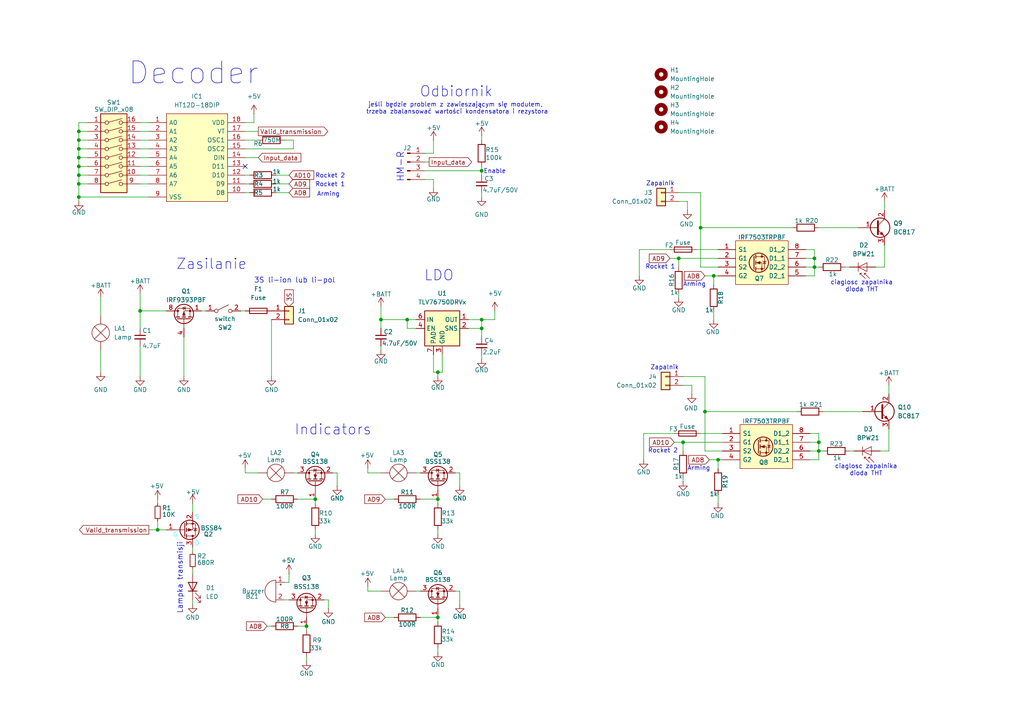
<source format=kicad_sch>
(kicad_sch (version 20250114) (generator "eeschema") (generator_version "9.0")
  (paper "A4")
  (lib_symbols
    (symbol "Connector:Conn_01x04_Pin" (pin_names (offset 1.016) (hide yes))
      (property "Reference" "J" (at 0 5.08 0))
      (property "Value" "Conn_01x04_Pin" (at 0 -7.62 0))
      (symbol "Conn_01x04_Pin_1_1"
        (pin passive line (at 5.08 2.54 180) (length 3.81) (name "Pin_1") (number "1"))
        (pin passive line (at 5.08 0 180) (length 3.81) (name "Pin_2") (number "2"))
        (pin passive line (at 5.08 -2.54 180) (length 3.81) (name "Pin_3") (number "3"))
        (pin passive line (at 5.08 -5.08 180) (length 3.81) (name "Pin_4") (number "4"))
      )
    )
    (symbol "Connector_Generic:Conn_01x02" (pin_names (offset 1.016) (hide yes))
      (property "Reference" "J" (at 0 2.54 0))
      (property "Value" "Conn_01x02" (at 0 -5.08 0))
      (symbol "Conn_01x02_1_1"
        (pin passive line (at -5.08 0 0) (length 3.81) (name "Pin_1") (number "1"))
        (pin passive line (at -5.08 -2.54 0) (length 3.81) (name "Pin_2") (number "2"))
      )
    )
    (symbol "Device:Buzzer" (pin_names (offset 0.0254) (hide yes))
      (property "Reference" "BZ" (at 3.81 1.27 0))
      (property "Value" "Buzzer" (at 3.81 -1.27 0))
      (symbol "Buzzer_1_1"
        (pin passive line (at -2.54 2.54 0) (length 2.54) (name "+") (number "1"))
        (pin passive line (at -2.54 -2.54 0) (length 2.54) (name "-") (number "2"))
      )
    )
    (symbol "Device:Fuse" (pin_numbers (hide yes)) (pin_names (offset 0))
      (property "Reference" "F" (at 2.032 0 90))
      (property "Value" "Fuse" (at -1.905 0 90))
      (symbol "Fuse_1_1"
        (pin passive line (at 0 3.81 270) (length 1.27) (name "~") (number "1"))
        (pin passive line (at 0 -3.81 90) (length 1.27) (name "~") (number "2"))
      )
    )
    (symbol "Device:LED" (pin_numbers (hide yes)) (pin_names (offset 1.016) (hide yes))
      (property "Reference" "D" (at 0 2.54 0))
      (property "Value" "LED" (at 0 -2.54 0))
      (symbol "LED_1_1"
        (pin passive line (at -3.81 0 0) (length 2.54) (name "K") (number "1"))
        (pin passive line (at 3.81 0 180) (length 2.54) (name "A") (number "2"))
      )
    )
    (symbol "Device:Lamp" (pin_numbers (hide yes)) (pin_names (offset 0.0254) (hide yes))
      (property "Reference" "LA" (at 0.635 3.81 0))
      (property "Value" "Lamp" (at 0.635 -3.81 0))
      (symbol "Lamp_1_1"
        (pin passive line (at 0 5.08 270) (length 2.54) (name "+") (number "2"))
        (pin passive line (at 0 -5.08 90) (length 2.54) (name "-") (number "1"))
      )
    )
    (symbol "Device:Q_NPN_BCE" (pin_names (offset 0) (hide yes))
      (property "Reference" "Q" (at 5.08 1.27 0))
      (property "Value" "Q_NPN_BCE" (at 5.08 -1.27 0))
      (symbol "Q_NPN_BCE_1_1"
        (pin input line (at -5.08 0 0) (length 5.715) (name "B") (number "1"))
        (pin passive line (at 2.54 5.08 270) (length 2.54) (name "C") (number "2"))
        (pin passive line (at 2.54 -5.08 90) (length 2.54) (name "E") (number "3"))
      )
    )
    (symbol "Device:R_Small" (pin_numbers (hide yes)) (pin_names (offset 0.254) (hide yes))
      (property "Reference" "R" (at 0.762 0.508 0))
      (property "Value" "R_Small" (at 0.762 -1.016 0))
      (symbol "R_Small_1_1"
        (pin passive line (at 0 2.54 270) (length 0.762) (name "~") (number "1"))
        (pin passive line (at 0 -2.54 90) (length 0.762) (name "~") (number "2"))
      )
    )
    (symbol "Mechanical:MountingHole" (pin_names (offset 1.016)) (exclude_from_sim yes) (in_bom no)
      (property "Reference" "H" (at 0 5.08 0))
      (property "Value" "MountingHole" (at 0 3.175 0))
    )
    (symbol "PUTRocketLab_IC:IRF7503TRPBF" (pin_names (offset 0.762))
      (property "Reference" "Q" (at 8.636 6.35 0))
      (property "Value" "IRF7503TRPBF" (at 5.842 3.81 0))
      (symbol "IRF7503TRPBF_0_0"
        (pin passive line (at 0 0 0) (length 5.08) (name "S1") (number "1"))
        (pin passive line (at 0 -2.54 0) (length 5.08) (name "G1") (number "2"))
        (pin passive line (at 0 -5.08 0) (length 5.08) (name "S2") (number "3"))
        (pin passive line (at 0 -7.62 0) (length 5.08) (name "G2") (number "4"))
        (pin passive line (at 25.4 0 180) (length 5.08) (name "D1_2") (number "8"))
        (pin passive line (at 25.4 -2.54 180) (length 5.08) (name "D1_1") (number "7"))
        (pin passive line (at 25.4 -5.08 180) (length 5.08) (name "D2_2") (number "6"))
        (pin passive line (at 25.4 -7.62 180) (length 5.08) (name "D2_1") (number "5"))
      )
    )
    (symbol "PUTRocketLab_power:+BATT" (power) (pin_names (offset 0))
      (property "Value" "+BATT" (at 0 3.556 0))
      (symbol "+BATT_1_1"
        (pin power_in line (at 0 0 90) (length 0) (hide yes) (name "+BATT") (number "1"))
      )
    )
    (symbol "PUTRocketLab_supply:GND" (power) (pin_names (offset 0))
      (property "Value" "GND" (at 0 -3.81 0))
      (symbol "GND_1_1"
        (pin power_in line (at 0 0 270) (length 0) (hide yes) (name "GND") (number "1"))
      )
    )
    (symbol "PUT_RocketLab_IC:HT12D-18DIP" (pin_names (offset 0.762))
      (property "Reference" "IC1" (at 13.97 7.62 0))
      (property "Value" "HT12D-18DIP" (at 13.97 5.08 0))
      (symbol "HT12D-18DIP_0_0"
        (pin passive line (at 0 0 0) (length 5.08) (name "A0") (number "1"))
        (pin passive line (at 0 -2.54 0) (length 5.08) (name "A1") (number "2"))
        (pin passive line (at 0 -5.08 0) (length 5.08) (name "A2") (number "3"))
        (pin passive line (at 0 -7.62 0) (length 5.08) (name "A3") (number "4"))
        (pin passive line (at 0 -10.16 0) (length 5.08) (name "A4") (number "5"))
        (pin passive line (at 0 -12.7 0) (length 5.08) (name "A5") (number "6"))
        (pin passive line (at 0 -15.24 0) (length 5.08) (name "A6") (number "7"))
        (pin passive line (at 0 -17.78 0) (length 5.08) (name "A7") (number "8"))
        (pin passive line (at 0 -21.59 0) (length 5.08) (name "VSS") (number "9"))
        (pin passive line (at 27.94 0 180) (length 5.08) (name "VDD") (number "18"))
        (pin passive line (at 27.94 -2.54 180) (length 5.08) (name "VT") (number "17"))
        (pin passive line (at 27.94 -5.08 180) (length 5.08) (name "OSC1") (number "16"))
        (pin passive line (at 27.94 -7.62 180) (length 5.08) (name "OSC2") (number "15"))
        (pin passive line (at 27.94 -10.16 180) (length 5.08) (name "DIN") (number "14"))
        (pin passive line (at 27.94 -12.7 180) (length 5.08) (name "D11") (number "13"))
        (pin passive line (at 27.94 -15.24 180) (length 5.08) (name "D10") (number "12"))
        (pin passive line (at 27.94 -17.78 180) (length 5.08) (name "D9") (number "11"))
        (pin passive line (at 27.94 -20.32 180) (length 5.08) (name "D8") (number "10"))
      )
    )
    (symbol "PutRocketLab_RCL:C_Small" (pin_numbers (hide yes)) (pin_names (offset 0.254) (hide yes))
      (property "Reference" "C" (at 0.254 1.778 0))
      (property "Value" "C_Small" (at 0.254 -2.032 0))
      (symbol "C_Small_1_1"
        (pin passive line (at 0 2.54 270) (length 2.032) (name "~") (number "1"))
        (pin passive line (at 0 -2.54 90) (length 2.032) (name "~") (number "2"))
      )
    )
    (symbol "PutRocketLab_RCL:Resistor" (pin_numbers (hide yes)) (pin_names (offset 0))
      (property "Reference" "R" (at 2.032 0 90))
      (property "Value" "Resistor" (at 0 0 90))
      (symbol "Resistor_1_1"
        (pin passive line (at 0 3.81 270) (length 1.27) (name "~") (number "1"))
        (pin passive line (at 0 -3.81 90) (length 1.27) (name "~") (number "2"))
      )
    )
    (symbol "Regulator_Linear:TLV76750DRVx"
      (property "Reference" "U" (at 0 8.89 0))
      (property "Value" "TLV76750DRVx" (at 0 6.35 0))
      (symbol "TLV76750DRVx_1_1"
        (pin power_in line (at -7.62 2.54 0) (length 2.54) (name "IN") (number "6"))
        (pin input line (at -7.62 0 0) (length 2.54) (name "EN") (number "4"))
        (pin passive line (at -2.54 -7.62 90) (length 2.54) (name "PAD") (number "7"))
        (pin power_in line (at 0 -7.62 90) (length 2.54) (name "GND") (number "3"))
        (pin passive line (at 0 -7.62 90) (length 2.54) (hide yes) (name "GND") (number "5"))
        (pin power_out line (at 7.62 2.54 180) (length 2.54) (name "OUT") (number "1"))
        (pin input line (at 7.62 0 180) (length 2.54) (name "SNS") (number "2"))
      )
    )
    (symbol "Sensor_Optical:BPW21" (pin_numbers (hide yes)) (pin_names (hide yes))
      (property "Reference" "D" (at 0.508 1.778 0))
      (property "Value" "BPW21" (at -1.016 -2.794 0))
      (symbol "BPW21_1_1"
        (pin passive line (at -5.08 0 0) (length 2.54) (name "K") (number "2"))
        (pin passive line (at 2.54 0 180) (length 2.54) (name "A") (number "1"))
      )
    )
    (symbol "Switch:SW_DIP_x08" (pin_names (offset 0) (hide yes))
      (property "Reference" "SW" (at 0 13.97 0))
      (property "Value" "SW_DIP_x08" (at 0 -11.43 0))
      (symbol "SW_DIP_x08_1_1"
        (pin passive line (at -7.62 10.16 0) (length 5.08) (name "~") (number "1"))
        (pin passive line (at -7.62 7.62 0) (length 5.08) (name "~") (number "2"))
        (pin passive line (at -7.62 5.08 0) (length 5.08) (name "~") (number "3"))
        (pin passive line (at -7.62 2.54 0) (length 5.08) (name "~") (number "4"))
        (pin passive line (at -7.62 0 0) (length 5.08) (name "~") (number "5"))
        (pin passive line (at -7.62 -2.54 0) (length 5.08) (name "~") (number "6"))
        (pin passive line (at -7.62 -5.08 0) (length 5.08) (name "~") (number "7"))
        (pin passive line (at -7.62 -7.62 0) (length 5.08) (name "~") (number "8"))
        (pin passive line (at 7.62 10.16 180) (length 5.08) (name "~") (number "16"))
        (pin passive line (at 7.62 7.62 180) (length 5.08) (name "~") (number "15"))
        (pin passive line (at 7.62 5.08 180) (length 5.08) (name "~") (number "14"))
        (pin passive line (at 7.62 2.54 180) (length 5.08) (name "~") (number "13"))
        (pin passive line (at 7.62 0 180) (length 5.08) (name "~") (number "12"))
        (pin passive line (at 7.62 -2.54 180) (length 5.08) (name "~") (number "11"))
        (pin passive line (at 7.62 -5.08 180) (length 5.08) (name "~") (number "10"))
        (pin passive line (at 7.62 -7.62 180) (length 5.08) (name "~") (number "9"))
      )
    )
    (symbol "Switch:SW_SPST" (pin_names (offset 0) (hide yes))
      (property "Reference" "SW" (at 0 3.175 0))
      (property "Value" "SW_SPST" (at 0 -2.54 0))
      (symbol "SW_SPST_1_1"
        (pin passive line (at -5.08 0 0) (length 2.54) (name "A") (number "1"))
        (pin passive line (at 5.08 0 180) (length 2.54) (name "B") (number "2"))
      )
    )
    (symbol "Transistor_FET:BSS138" (pin_names (hide yes))
      (property "Reference" "Q" (at 5.08 1.905 0))
      (property "Value" "BSS138" (at 5.08 0 0))
      (symbol "BSS138_1_1"
        (pin input line (at -5.08 0 0) (length 2.54) (name "G") (number "1"))
        (pin passive line (at 2.54 5.08 270) (length 2.54) (name "D") (number "3"))
        (pin passive line (at 2.54 -5.08 90) (length 2.54) (name "S") (number "2"))
      )
    )
    (symbol "Transistor_FET:BSS84" (pin_names (hide yes))
      (property "Reference" "Q5" (at 5.715 1.27 0))
      (property "Value" "BSS84" (at 5.715 -1.27 0))
      (symbol "BSS84_1_1"
        (text "G" (at -2.54 1.27 0) (effects (font (size 1.27 1.27))))
        (text "D" (at 3.81 3.81 0) (effects (font (size 1.27 1.27))))
        (text "S" (at 3.81 -3.81 0) (effects (font (size 1.27 1.27))))
        (pin input line (at -5.08 0 0) (length 2.54) (name "G") (number "1"))
        (pin passive line (at 2.54 5.08 270) (length 2.54) (name "D") (number "3"))
        (pin passive line (at 2.54 -5.08 90) (length 2.54) (name "S") (number "2"))
      )
    )
    (symbol "Transistor_FET:IRF7404" (pin_names (hide yes))
      (property "Reference" "Q" (at 5.08 1.905 0))
      (property "Value" "IRF7404" (at 5.08 0 0))
      (symbol "IRF7404_1_1"
        (pin passive line (at -5.08 0 0) (length 2.54) (name "G") (number "4"))
        (pin passive line (at 2.54 5.08 270) (length 2.54) (hide yes) (name "D") (number "5"))
        (pin passive line (at 2.54 5.08 270) (length 2.54) (hide yes) (name "D") (number "6"))
        (pin passive line (at 2.54 5.08 270) (length 2.54) (hide yes) (name "D") (number "7"))
        (pin passive line (at 2.54 5.08 270) (length 2.54) (name "D") (number "8"))
        (pin passive line (at 2.54 -5.08 90) (length 2.54) (name "S") (number "1"))
        (pin passive line (at 2.54 -5.08 90) (length 2.54) (hide yes) (name "S") (number "2"))
        (pin passive line (at 2.54 -5.08 90) (length 2.54) (hide yes) (name "S") (number "3"))
      )
    )
    (symbol "power:+5V" (power) (pin_numbers (hide yes)) (pin_names (offset 0) (hide yes))
      (property "Value" "+5V" (at 0 3.556 0))
      (symbol "+5V_1_1"
        (pin power_in line (at 0 0 90) (length 0) (name "~") (number "1"))
      )
    )
    (symbol "power:GND" (power) (pin_numbers (hide yes)) (pin_names (offset 0) (hide yes))
      (property "Value" "GND" (at 0 -3.81 0))
      (symbol "GND_1_1"
        (pin power_in line (at 0 0 270) (length 0) (name "~") (number "1"))
      )
    )
  )
  (text "Rocket 1" (at 191.516 77.47 0) (effects (font (size 1.27 1.27))))
  (text "LDO" (at 122.936 81.788 0) (effects (font (size 3 3)) (justify left bottom)))
  (text "jeśli będzie problem z zawieszającym się modułem, \ntrzeba zbalansować wartości kondensatora i rezystora" (at 132.588 31.496 0) (effects (font (size 1.27 1.27))))
  (text "Zasilanie" (at 51.054 78.486 0) (effects (font (size 3 3)) (justify left bottom)))
  (text "ciaglosc zapalnika\ndioda THT" (at 249.936 83.058 0) (effects (font (size 1.27 1.27))))
  (text "Arming" (at 202.692 135.89 0) (effects (font (size 1.27 1.27))))
  (text "Arming" (at 95.25 56.388 0) (effects (font (size 1.27 1.27))))
  (text "Indicators" (at 85.344 126.492 0) (effects (font (size 3 3)) (justify left bottom)))
  (text "Rocket 2" (at 95.758 51.054 0) (effects (font (size 1.27 1.27))))
  (text "Lampka transmisji" (at 53.086 157.226 90) (effects (font (size 1.5 1.5)) (justify right bottom)))
  (text "Odbiornik\n" (at 121.666 28.448 0) (effects (font (size 3 3)) (justify left bottom)))
  (text "Rocket 1" (at 95.758 53.594 0) (effects (font (size 1.27 1.27))))
  (text "Enable" (at 143.51 49.784 0) (effects (font (size 1.27 1.27))))
  (text "ciaglosc zapalnika\ndioda THT" (at 251.206 136.398 0) (effects (font (size 1.27 1.27))))
  (text "Arming" (at 201.422 82.55 0) (effects (font (size 1.27 1.27))))
  (text "HM-R" (at 117.348 43.942 90) (effects (font (size 2 2)) (justify right bottom)))
  (text "Rocket 2" (at 192.278 130.81 0) (effects (font (size 1.27 1.27))))
  (text "Zapalnik" (at 191.516 53.34 0) (effects (font (size 1.27 1.27))))
  (text "Decoder" (at 56.134 21.336 0) (effects (font (size 6.35 6.35))))
  (text "Zapalnik" (at 192.786 106.68 0) (effects (font (size 1.27 1.27))))
  (text "3S li-ion lub li-pol\n" (at 73.66 82.296 0) (effects (font (size 1.5 1.5)) (justify left bottom)))
  (junction (at 22.86 40.64))
  (junction (at 22.86 57.15))
  (junction (at 22.86 50.8))
  (junction (at 207.01 80.01))
  (junction (at 203.2 66.04))
  (junction (at 139.7 92.71))
  (junction (at 196.85 74.93))
  (junction (at 198.12 128.27))
  (junction (at 88.9 181.61))
  (junction (at 22.86 48.26))
  (junction (at 208.28 133.35))
  (junction (at 110.49 92.71))
  (junction (at 118.11 92.71))
  (junction (at 127 144.78))
  (junction (at 236.22 74.93))
  (junction (at 91.44 144.78))
  (junction (at 204.47 119.38))
  (junction (at 22.86 53.34))
  (junction (at 237.49 128.27))
  (junction (at 45.72 153.67))
  (junction (at 22.86 38.1))
  (junction (at 40.64 90.17))
  (junction (at 127 179.07))
  (junction (at 236.22 77.47))
  (junction (at 237.49 130.81))
  (junction (at 127 107.95))
  (junction (at 22.86 45.72))
  (junction (at 139.7 95.25))
  (junction (at 139.7 49.53))
  (junction (at 22.86 43.18))
  (no_connect (at 71.12 48.26))
  (wire (pts (xy 233.68 77.47) (xy 236.22 77.47)))
  (wire (pts (xy 139.7 49.53) (xy 123.19 49.53)))
  (wire (pts (xy 43.18 153.67) (xy 45.72 153.67)))
  (wire (pts (xy 110.49 92.71) (xy 118.11 92.71)))
  (wire (pts (xy 125.73 40.64) (xy 125.73 44.45)))
  (wire (pts (xy 236.22 80.01) (xy 233.68 80.01)))
  (wire (pts (xy 22.86 53.34) (xy 22.86 57.15)))
  (wire (pts (xy 78.74 92.71) (xy 78.74 109.22)))
  (wire (pts (xy 45.72 151.13) (xy 45.72 153.67)))
  (wire (pts (xy 40.64 50.8) (xy 43.18 50.8)))
  (wire (pts (xy 236.22 72.39) (xy 236.22 74.93)))
  (wire (pts (xy 71.12 40.64) (xy 74.93 40.64)))
  (wire (pts (xy 71.12 53.34) (xy 72.39 53.34)))
  (wire (pts (xy 257.81 111.76) (xy 257.81 114.3)))
  (wire (pts (xy 195.58 128.27) (xy 198.12 128.27)))
  (wire (pts (xy 71.12 38.1) (xy 74.93 38.1)))
  (wire (pts (xy 45.72 153.67) (xy 48.26 153.67)))
  (wire (pts (xy 73.66 35.56) (xy 73.66 33.02)))
  (wire (pts (xy 128.27 107.95) (xy 127 107.95)))
  (wire (pts (xy 120.65 171.45) (xy 121.92 171.45)))
  (wire (pts (xy 22.86 38.1) (xy 25.4 38.1)))
  (wire (pts (xy 203.2 77.47) (xy 203.2 66.04)))
  (wire (pts (xy 91.44 153.67) (xy 91.44 154.94)))
  (wire (pts (xy 133.35 140.97) (xy 133.35 137.16)))
  (wire (pts (xy 204.47 80.01) (xy 207.01 80.01)))
  (wire (pts (xy 71.12 135.89) (xy 71.12 137.16)))
  (wire (pts (xy 106.68 135.89) (xy 106.68 137.16)))
  (wire (pts (xy 45.72 144.78) (xy 45.72 146.05)))
  (wire (pts (xy 127 187.96) (xy 127 189.23)))
  (wire (pts (xy 55.88 160.02) (xy 55.88 158.75)))
  (wire (pts (xy 22.86 50.8) (xy 22.86 53.34)))
  (wire (pts (xy 127 153.67) (xy 127 154.94)))
  (wire (pts (xy 237.49 130.81) (xy 237.49 133.35)))
  (wire (pts (xy 29.21 107.95) (xy 29.21 101.6)))
  (wire (pts (xy 237.49 133.35) (xy 234.95 133.35)))
  (wire (pts (xy 238.76 119.38) (xy 250.19 119.38)))
  (wire (pts (xy 125.73 52.07) (xy 123.19 52.07)))
  (wire (pts (xy 83.82 50.8) (xy 80.01 50.8)))
  (wire (pts (xy 111.76 144.78) (xy 114.3 144.78)))
  (wire (pts (xy 22.86 57.15) (xy 22.86 58.42)))
  (wire (pts (xy 194.31 72.39) (xy 185.42 72.39)))
  (wire (pts (xy 22.86 38.1) (xy 22.86 40.64)))
  (wire (pts (xy 208.28 143.51) (xy 208.28 146.05)))
  (wire (pts (xy 203.2 66.04) (xy 229.87 66.04)))
  (wire (pts (xy 200.66 111.76) (xy 200.66 114.3)))
  (wire (pts (xy 22.86 40.64) (xy 25.4 40.64)))
  (wire (pts (xy 204.47 130.81) (xy 204.47 119.38)))
  (wire (pts (xy 22.86 40.64) (xy 22.86 43.18)))
  (wire (pts (xy 55.88 175.26) (xy 55.88 173.99)))
  (wire (pts (xy 198.12 128.27) (xy 209.55 128.27)))
  (wire (pts (xy 58.42 90.17) (xy 59.69 90.17)))
  (wire (pts (xy 40.64 38.1) (xy 43.18 38.1)))
  (wire (pts (xy 22.86 57.15) (xy 43.18 57.15)))
  (wire (pts (xy 185.42 72.39) (xy 185.42 80.01)))
  (wire (pts (xy 198.12 130.81) (xy 198.12 128.27)))
  (wire (pts (xy 22.86 43.18) (xy 25.4 43.18)))
  (wire (pts (xy 196.85 74.93) (xy 208.28 74.93)))
  (wire (pts (xy 120.65 95.25) (xy 118.11 95.25)))
  (wire (pts (xy 80.01 55.88) (xy 83.82 55.88)))
  (wire (pts (xy 40.64 85.09) (xy 40.64 90.17)))
  (wire (pts (xy 198.12 111.76) (xy 200.66 111.76)))
  (wire (pts (xy 40.64 90.17) (xy 40.64 95.25)))
  (wire (pts (xy 88.9 190.5) (xy 88.9 191.77)))
  (wire (pts (xy 237.49 128.27) (xy 234.95 128.27)))
  (wire (pts (xy 22.86 45.72) (xy 22.86 48.26)))
  (wire (pts (xy 80.01 53.34) (xy 83.82 53.34)))
  (wire (pts (xy 233.68 72.39) (xy 236.22 72.39)))
  (wire (pts (xy 196.85 55.88) (xy 203.2 55.88)))
  (wire (pts (xy 196.85 77.47) (xy 196.85 74.93)))
  (wire (pts (xy 55.88 166.37) (xy 55.88 165.1)))
  (wire (pts (xy 106.68 137.16) (xy 110.49 137.16)))
  (wire (pts (xy 204.47 119.38) (xy 231.14 119.38)))
  (wire (pts (xy 139.7 39.37) (xy 139.7 40.64)))
  (wire (pts (xy 95.25 173.99) (xy 93.98 173.99)))
  (wire (pts (xy 195.58 125.73) (xy 186.69 125.73)))
  (wire (pts (xy 53.34 97.79) (xy 53.34 109.22)))
  (wire (pts (xy 83.82 166.37) (xy 83.82 168.91)))
  (wire (pts (xy 236.22 77.47) (xy 236.22 80.01)))
  (wire (pts (xy 40.64 90.17) (xy 48.26 90.17)))
  (wire (pts (xy 255.27 130.81) (xy 257.81 130.81)))
  (wire (pts (xy 207.01 80.01) (xy 208.28 80.01)))
  (wire (pts (xy 237.49 66.04) (xy 248.92 66.04)))
  (wire (pts (xy 106.68 170.18) (xy 106.68 171.45)))
  (wire (pts (xy 203.2 77.47) (xy 208.28 77.47)))
  (wire (pts (xy 40.64 35.56) (xy 43.18 35.56)))
  (wire (pts (xy 139.7 102.87) (xy 139.7 104.14)))
  (wire (pts (xy 69.85 90.17) (xy 71.12 90.17)))
  (wire (pts (xy 125.73 107.95) (xy 125.73 102.87)))
  (wire (pts (xy 143.51 90.17) (xy 143.51 92.71)))
  (wire (pts (xy 110.49 88.9) (xy 110.49 92.71)))
  (wire (pts (xy 237.49 130.81) (xy 238.76 130.81)))
  (wire (pts (xy 207.01 90.17) (xy 207.01 92.71)))
  (wire (pts (xy 22.86 43.18) (xy 22.86 45.72)))
  (wire (pts (xy 76.2 144.78) (xy 78.74 144.78)))
  (wire (pts (xy 97.79 140.97) (xy 97.79 137.16)))
  (wire (pts (xy 111.76 179.07) (xy 114.3 179.07)))
  (wire (pts (xy 95.25 176.53) (xy 95.25 173.99)))
  (wire (pts (xy 203.2 125.73) (xy 209.55 125.73)))
  (wire (pts (xy 198.12 138.43) (xy 198.12 139.7)))
  (wire (pts (xy 204.47 130.81) (xy 209.55 130.81)))
  (wire (pts (xy 256.54 71.12) (xy 256.54 77.47)))
  (wire (pts (xy 25.4 35.56) (xy 22.86 35.56)))
  (wire (pts (xy 139.7 92.71) (xy 143.51 92.71)))
  (wire (pts (xy 237.49 128.27) (xy 237.49 130.81)))
  (wire (pts (xy 125.73 54.61) (xy 125.73 52.07)))
  (wire (pts (xy 139.7 95.25) (xy 135.89 95.25)))
  (wire (pts (xy 118.11 95.25) (xy 118.11 92.71)))
  (wire (pts (xy 71.12 35.56) (xy 73.66 35.56)))
  (wire (pts (xy 71.12 45.72) (xy 74.93 45.72)))
  (wire (pts (xy 133.35 175.26) (xy 133.35 171.45)))
  (wire (pts (xy 196.85 58.42) (xy 199.39 58.42)))
  (wire (pts (xy 71.12 43.18) (xy 85.09 43.18)))
  (wire (pts (xy 121.92 144.78) (xy 127 144.78)))
  (wire (pts (xy 128.27 102.87) (xy 128.27 107.95)))
  (wire (pts (xy 71.12 55.88) (xy 72.39 55.88)))
  (wire (pts (xy 256.54 58.42) (xy 256.54 60.96)))
  (wire (pts (xy 22.86 45.72) (xy 25.4 45.72)))
  (wire (pts (xy 40.64 45.72) (xy 43.18 45.72)))
  (wire (pts (xy 123.19 44.45) (xy 125.73 44.45)))
  (wire (pts (xy 22.86 50.8) (xy 25.4 50.8)))
  (wire (pts (xy 22.86 48.26) (xy 22.86 50.8)))
  (wire (pts (xy 139.7 48.26) (xy 139.7 49.53)))
  (wire (pts (xy 85.09 137.16) (xy 86.36 137.16)))
  (wire (pts (xy 201.93 72.39) (xy 208.28 72.39)))
  (wire (pts (xy 199.39 58.42) (xy 199.39 60.96)))
  (wire (pts (xy 139.7 95.25) (xy 139.7 97.79)))
  (wire (pts (xy 135.89 92.71) (xy 139.7 92.71)))
  (wire (pts (xy 127 144.78) (xy 127 146.05)))
  (wire (pts (xy 110.49 92.71) (xy 110.49 95.25)))
  (wire (pts (xy 236.22 77.47) (xy 237.49 77.47)))
  (wire (pts (xy 86.36 144.78) (xy 91.44 144.78)))
  (wire (pts (xy 237.49 125.73) (xy 237.49 128.27)))
  (wire (pts (xy 196.85 85.09) (xy 196.85 86.36)))
  (wire (pts (xy 121.92 179.07) (xy 127 179.07)))
  (wire (pts (xy 208.28 133.35) (xy 209.55 133.35)))
  (wire (pts (xy 71.12 137.16) (xy 74.93 137.16)))
  (wire (pts (xy 139.7 92.71) (xy 139.7 95.25)))
  (wire (pts (xy 198.12 109.22) (xy 204.47 109.22)))
  (wire (pts (xy 254 77.47) (xy 256.54 77.47)))
  (wire (pts (xy 86.36 181.61) (xy 88.9 181.61)))
  (wire (pts (xy 106.68 171.45) (xy 110.49 171.45)))
  (wire (pts (xy 127 179.07) (xy 127 180.34)))
  (wire (pts (xy 29.21 86.36) (xy 29.21 91.44)))
  (wire (pts (xy 40.64 53.34) (xy 43.18 53.34)))
  (wire (pts (xy 236.22 74.93) (xy 236.22 77.47)))
  (wire (pts (xy 236.22 74.93) (xy 233.68 74.93)))
  (wire (pts (xy 22.86 48.26) (xy 25.4 48.26)))
  (wire (pts (xy 55.88 146.05) (xy 55.88 148.59)))
  (wire (pts (xy 83.82 168.91) (xy 82.55 168.91)))
  (wire (pts (xy 234.95 125.73) (xy 237.49 125.73)))
  (wire (pts (xy 71.12 50.8) (xy 72.39 50.8)))
  (wire (pts (xy 40.64 43.18) (xy 43.18 43.18)))
  (wire (pts (xy 127 107.95) (xy 125.73 107.95)))
  (wire (pts (xy 208.28 133.35) (xy 208.28 135.89)))
  (wire (pts (xy 40.64 48.26) (xy 43.18 48.26)))
  (wire (pts (xy 110.49 100.33) (xy 110.49 101.6)))
  (wire (pts (xy 257.81 124.46) (xy 257.81 130.81)))
  (wire (pts (xy 204.47 119.38) (xy 204.47 109.22)))
  (wire (pts (xy 133.35 171.45) (xy 132.08 171.45)))
  (wire (pts (xy 234.95 130.81) (xy 237.49 130.81)))
  (wire (pts (xy 205.74 133.35) (xy 208.28 133.35)))
  (wire (pts (xy 83.82 173.99) (xy 82.55 173.99)))
  (wire (pts (xy 40.64 100.33) (xy 40.64 109.22)))
  (wire (pts (xy 118.11 92.71) (xy 120.65 92.71)))
  (wire (pts (xy 22.86 53.34) (xy 25.4 53.34)))
  (wire (pts (xy 88.9 181.61) (xy 88.9 182.88)))
  (wire (pts (xy 246.38 130.81) (xy 247.65 130.81)))
  (wire (pts (xy 127 107.95) (xy 127 109.22)))
  (wire (pts (xy 139.7 55.88) (xy 139.7 57.15)))
  (wire (pts (xy 97.79 137.16) (xy 96.52 137.16)))
  (wire (pts (xy 120.65 137.16) (xy 121.92 137.16)))
  (wire (pts (xy 123.19 46.99) (xy 124.46 46.99)))
  (wire (pts (xy 91.44 144.78) (xy 91.44 146.05)))
  (wire (pts (xy 40.64 40.64) (xy 43.18 40.64)))
  (wire (pts (xy 22.86 35.56) (xy 22.86 38.1)))
  (wire (pts (xy 82.55 40.64) (xy 85.09 40.64)))
  (wire (pts (xy 186.69 125.73) (xy 186.69 133.35)))
  (wire (pts (xy 207.01 80.01) (xy 207.01 82.55)))
  (wire (pts (xy 194.31 74.93) (xy 196.85 74.93)))
  (wire (pts (xy 133.35 137.16) (xy 132.08 137.16)))
  (wire (pts (xy 203.2 66.04) (xy 203.2 55.88)))
  (wire (pts (xy 85.09 40.64) (xy 85.09 43.18)))
  (wire (pts (xy 245.11 77.47) (xy 246.38 77.47)))
  (wire (pts (xy 139.7 49.53) (xy 139.7 50.8)))
  (wire (pts (xy 77.47 181.61) (xy 78.74 181.61)))
  (global_label "AD8" (shape input) (at 77.47 181.61 180) (property "Intersheetrefs" "${INTERSHEET_REFS}" (effects (hide yes))))
  (global_label "AD9" (shape input) (at 111.76 144.78 180) (property "Intersheetrefs" "${INTERSHEET_REFS}" (effects (hide yes))))
  (global_label "AD8" (shape input) (at 111.76 179.07 180) (property "Intersheetrefs" "${INTERSHEET_REFS}" (effects (hide yes))))
  (global_label "AD8" (shape input) (at 204.47 80.01 180) (property "Intersheetrefs" "${INTERSHEET_REFS}" (effects (hide yes))))
  (global_label "AD9" (shape input) (at 194.31 74.93 180) (property "Intersheetrefs" "${INTERSHEET_REFS}" (effects (hide yes))))
  (global_label "AD9" (shape input) (at 83.82 53.34 0) (property "Intersheetrefs" "${INTERSHEET_REFS}" (effects (hide yes))))
  (global_label "AD10" (shape input) (at 83.82 50.8 0) (property "Intersheetrefs" "${INTERSHEET_REFS}" (effects (hide yes))))
  (global_label "Valid_transmission" (shape output) (at 74.93 38.1 0) (property "Intersheetrefs" "${INTERSHEET_REFS}" (effects (hide yes))))
  (global_label "3S" (shape input) (at 83.82 88.9 90) (property "Intersheetrefs" "${INTERSHEET_REFS}" (effects (hide yes))))
  (global_label "AD10" (shape input) (at 76.2 144.78 180) (property "Intersheetrefs" "${INTERSHEET_REFS}" (effects (hide yes))))
  (global_label "AD8" (shape input) (at 83.82 55.88 0) (property "Intersheetrefs" "${INTERSHEET_REFS}" (effects (hide yes))))
  (global_label "Input_data" (shape input) (at 74.93 45.72 0) (property "Intersheetrefs" "${INTERSHEET_REFS}" (effects (hide yes))))
  (global_label "AD10" (shape input) (at 195.58 128.27 180) (property "Intersheetrefs" "${INTERSHEET_REFS}" (effects (hide yes))))
  (global_label "Input_data" (shape output) (at 124.46 46.99 0) (property "Intersheetrefs" "${INTERSHEET_REFS}" (effects (hide yes))))
  (global_label "AD8" (shape input) (at 205.74 133.35 180) (property "Intersheetrefs" "${INTERSHEET_REFS}" (effects (hide yes))))
  (global_label "Valid_transmission" (shape output) (at 43.18 153.67 180) (property "Intersheetrefs" "${INTERSHEET_REFS}" (effects (hide yes))))
  (symbol (lib_id "power:+5V") (at 106.68 170.18 0) (unit 1)
    (property "Reference" "#PWR019" (effects (hide yes)))
    (property "Value" "+5V" (at 106.426 166.37 0))
    (property "Description" "Power symbol creates a global label with name \"+5V\"" (effects (hide yes)))
  )
  (symbol (lib_id "PUTRocketLab_supply:GND") (at 127 109.22 0) (unit 1)
    (property "Reference" "#PWR024" (effects (hide yes)))
    (property "Value" "GND" (at 127 112.395 0))
  )
  (symbol (lib_id "PUTRocketLab_IC:IRF7503TRPBF") (at 209.55 125.73 0) (unit 1)
    (property "Reference" "Q8" (at 221.488 134.112 0))
    (property "Value" "IRF7503TRPBF" (at 222.25 122.174 0))
    (property "Footprint" "PUT_RocketLab_IC:SOP65P490X110-8N" (effects (hide yes)))
    (property "Description" "Infineon IRF7503TRPBF Dual N-channel MOSFET, 2.4 A, 30 V HEXFET, 8-Pin MSOP" (effects (hide yes)))
    (property "Height" "1.11" (effects (hide yes)))
    (property "Mouser Part Number" "942-IRF7503TRPBF" (effects (hide yes)))
    (property "Mouser Price/Stock" "https://www.mouser.co.uk/ProductDetail/Infineon-Technologies/IRF7503TRPBF?qs=9%252BKlkBgLFf2c1wjpBLAIlQ%3D%3D" (effects (hide yes)))
    (property "Manufacturer_Name" "Infineon" (effects (hide yes)))
    (property "Manufacturer_Part_Number" "IRF7503TRPBF" (effects (hide yes)))
  )
  (symbol (lib_id "Sensor_Optical:BPW21") (at 251.46 77.47 0) (mirror x) (unit 1)
    (property "Reference" "D2" (at 250.5329 71.12 0))
    (property "Value" "BPW21" (at 250.5329 73.66 0))
    (property "Footprint" "PUT_RocketLab_other:PinHeader_1x02_P2.54mm_Vertical_led_relayboard_lpbox" (effects (hide yes)))
    (property "Datasheet" "http://techwww.in.tu-clausthal.de/site/Dokumentation/Dioden/Fotodioden/BPW21-Fotodiode.pdf" (effects (hide yes)))
    (property "Description" "Silicon Photodiode for the visible spectral range, TO-5 package" (effects (hide yes)))
  )
  (symbol (lib_id "power:GND") (at 127 189.23 0) (unit 1)
    (property "Reference" "#PWR026" (effects (hide yes)))
    (property "Value" "GND" (at 127 192.786 0))
    (property "Description" "Power symbol creates a global label with name \"GND\" , ground" (effects (hide yes)))
  )
  (symbol (lib_id "Device:Lamp") (at 115.57 137.16 90) (unit 1)
    (property "Reference" "LA3" (at 115.57 131.318 90))
    (property "Value" "Lamp" (at 115.57 133.35 90))
    (property "Footprint" "PUT_RocketLab_other:PinHeader_1x02_P2.54mm_Vertical_led_relayboard_lpbox" (effects (hide yes)))
    (property "Description" "Lamp" (effects (hide yes)))
  )
  (symbol (lib_id "power:GND") (at 186.69 133.35 0) (unit 1)
    (property "Reference" "#PWR034" (effects (hide yes)))
    (property "Value" "GND" (at 186.69 136.906 0))
    (property "Description" "Power symbol creates a global label with name \"GND\" , ground" (effects (hide yes)))
  )
  (symbol (lib_id "Device:R_Small") (at 55.88 162.56 0) (unit 1)
    (property "Reference" "R2" (at 57.15 161.29 0) (effects (justify left)))
    (property "Value" "680R" (at 57.15 163.195 0) (effects (justify left)))
    (property "Footprint" "Resistor_SMD:R_0603_1608Metric_Pad0.98x0.95mm_HandSolder" (effects (hide yes)))
  )
  (symbol (lib_id "PutRocketLab_RCL:Resistor") (at 196.85 81.28 180) (unit 1)
    (property "Reference" "R16" (at 194.818 81.28 90))
    (property "Value" "1k" (at 195.58 84.836 0))
    (property "Footprint" "Resistor_SMD:R_0603_1608Metric_Pad0.98x0.95mm_HandSolder" (effects (hide yes)))
    (property "Description" "1k" (effects (hide yes)))
  )
  (symbol (lib_id "power:+5V") (at 106.68 135.89 0) (unit 1)
    (property "Reference" "#PWR018" (effects (hide yes)))
    (property "Value" "+5V" (at 106.426 132.08 0))
    (property "Description" "Power symbol creates a global label with name \"+5V\"" (effects (hide yes)))
  )
  (symbol (lib_id "Device:Buzzer") (at 80.01 171.45 0) (mirror y) (unit 1)
    (property "Reference" "BZ1" (at 73.152 172.974 0))
    (property "Value" "Buzzer" (at 73.406 171.45 0))
    (property "Footprint" "PUT_RocketLab_other:PinHeader_1x02_P2.54mm_Vertical_led_relayboard_lpbox" (effects (hide yes)))
    (property "Description" "Buzzer, polarized" (effects (hide yes)))
  )
  (symbol (lib_id "Device:R_Small") (at 45.72 148.59 0) (unit 1)
    (property "Reference" "R1" (at 46.99 147.32 0) (effects (justify left)))
    (property "Value" "10K" (at 46.99 149.225 0) (effects (justify left)))
    (property "Footprint" "Resistor_SMD:R_0603_1608Metric_Pad0.98x0.95mm_HandSolder" (effects (hide yes)))
  )
  (symbol (lib_id "PUTRocketLab_supply:GND") (at 125.73 54.61 0) (unit 1)
    (property "Reference" "#PWR023" (effects (hide yes)))
    (property "Value" "GND" (at 125.73 57.785 0))
  )
  (symbol (lib_id "Switch:SW_DIP_x08") (at 33.02 45.72 0) (unit 1)
    (property "Reference" "SW1" (at 33.02 29.718 0))
    (property "Value" "SW_DIP_x08" (at 33.02 31.75 0))
    (property "Footprint" "PUT_RocketLab_other:2198MSTR" (effects (hide yes)))
    (property "Description" "8x DIP Switch, Single Pole Single Throw (SPST) switch, small symbol" (effects (hide yes)))
  )
  (symbol (lib_id "Connector_Generic:Conn_01x02") (at 191.77 55.88 0) (mirror y) (unit 1)
    (property "Reference" "J3" (at 189.23 55.8799 0) (effects (justify left)))
    (property "Value" "Conn_01x02" (at 189.23 58.4199 0) (effects (justify left)))
    (property "Footprint" "Connector_Phoenix_MC:PhoenixContact_MCV_1,5_2-G-3.5_1x02_P3.50mm_Vertical" (effects (hide yes)))
    (property "Description" "Generic connector, single row, 01x02, script generated (kicad-library-utils/schlib/autogen/connector/)" (effects (hide yes)))
  )
  (symbol (lib_id "Mechanical:MountingHole") (at 191.77 21.59 0) (unit 1) (exclude_from_sim yes) (in_bom no)
    (property "Reference" "H1" (at 194.31 20.3199 0) (effects (justify left)))
    (property "Value" "MountingHole" (at 194.31 22.8599 0) (effects (justify left)))
    (property "Footprint" "MountingHole:MountingHole_3.2mm_M3" (effects (hide yes)))
    (property "Description" "Mounting Hole without connection" (effects (hide yes)))
  )
  (symbol (lib_id "Transistor_FET:BSS138") (at 127 139.7 90) (unit 1)
    (property "Reference" "Q5" (at 127 131.826 90))
    (property "Value" "BSS138" (at 127 133.858 90))
    (property "Footprint" "Package_TO_SOT_SMD:SOT-23" (effects (hide yes)))
    (property "Datasheet" "https://www.onsemi.com/pub/Collateral/BSS138-D.PDF" (effects (hide yes)))
    (property "Description" "50V Vds, 0.22A Id, N-Channel MOSFET, SOT-23" (effects (hide yes)))
  )
  (symbol (lib_id "power:GND") (at 133.35 140.97 0) (unit 1)
    (property "Reference" "#PWR027" (effects (hide yes)))
    (property "Value" "GND" (at 133.35 144.526 0))
    (property "Description" "Power symbol creates a global label with name \"GND\" , ground" (effects (hide yes)))
  )
  (symbol (lib_id "Switch:SW_SPST") (at 64.77 90.17 0) (unit 1)
    (property "Reference" "SW2" (at 67.31 94.996 0) (effects (justify right)))
    (property "Value" "switch" (at 68.326 92.456 0) (effects (justify right)))
    (property "Footprint" "PUT_RocketLab_other:PinHeader_1x02_P2.54mm_Vertical_led_relayboard_lpbox" (effects (hide yes)))
  )
  (symbol (lib_id "PUTRocketLab_supply:GND") (at 139.7 104.14 0) (unit 1)
    (property "Reference" "#PWR031" (effects (hide yes)))
    (property "Value" "GND" (at 139.7 107.315 0))
  )
  (symbol (lib_id "PUTRocketLab_power:+BATT") (at 256.54 58.42 0) (mirror y) (unit 1)
    (property "Reference" "#PWR041" (effects (hide yes)))
    (property "Value" "+BATT" (at 256.54 54.864 0))
    (property "Description" "Power symbol creates a global label with name \"+BATT\"" (effects (hide yes)))
  )
  (symbol (lib_id "PUTRocketLab_IC:IRF7503TRPBF") (at 208.28 72.39 0) (unit 1)
    (property "Reference" "Q7" (at 220.218 80.772 0))
    (property "Value" "IRF7503TRPBF" (at 220.98 68.834 0))
    (property "Footprint" "PUT_RocketLab_IC:SOP65P490X110-8N" (effects (hide yes)))
    (property "Description" "Infineon IRF7503TRPBF Dual N-channel MOSFET, 2.4 A, 30 V HEXFET, 8-Pin MSOP" (effects (hide yes)))
    (property "Height" "1.11" (effects (hide yes)))
    (property "Mouser Part Number" "942-IRF7503TRPBF" (effects (hide yes)))
    (property "Mouser Price/Stock" "https://www.mouser.co.uk/ProductDetail/Infineon-Technologies/IRF7503TRPBF?qs=9%252BKlkBgLFf2c1wjpBLAIlQ%3D%3D" (effects (hide yes)))
    (property "Manufacturer_Name" "Infineon" (effects (hide yes)))
    (property "Manufacturer_Part_Number" "IRF7503TRPBF" (effects (hide yes)))
  )
  (symbol (lib_id "power:GND") (at 199.39 60.96 0) (mirror y) (unit 1)
    (property "Reference" "#PWR037" (effects (hide yes)))
    (property "Value" "GND" (at 199.136 65.024 0))
    (property "Description" "Power symbol creates a global label with name \"GND\" , ground" (effects (hide yes)))
  )
  (symbol (lib_id "PUTRocketLab_power:+BATT") (at 110.49 88.9 0) (unit 1)
    (property "Reference" "#PWR020" (effects (hide yes)))
    (property "Value" "+BATT" (at 110.49 85.344 0))
    (property "Description" "Power symbol creates a global label with name \"+BATT\"" (effects (hide yes)))
  )
  (symbol (lib_id "power:GND") (at 127 154.94 0) (unit 1)
    (property "Reference" "#PWR025" (effects (hide yes)))
    (property "Value" "GND" (at 127 158.496 0))
    (property "Description" "Power symbol creates a global label with name \"GND\" , ground" (effects (hide yes)))
  )
  (symbol (lib_id "PutRocketLab_RCL:Resistor") (at 127 149.86 180) (unit 1)
    (property "Reference" "R13" (at 130.048 148.844 0))
    (property "Value" "33k" (at 129.794 151.13 0))
    (property "Footprint" "Resistor_SMD:R_0603_1608Metric_Pad0.98x0.95mm_HandSolder" (effects (hide yes)))
    (property "Description" "1k" (effects (hide yes)))
  )
  (symbol (lib_id "Transistor_FET:BSS138") (at 91.44 139.7 90) (unit 1)
    (property "Reference" "Q4" (at 91.44 131.826 90))
    (property "Value" "BSS138" (at 91.44 133.858 90))
    (property "Footprint" "Package_TO_SOT_SMD:SOT-23" (effects (hide yes)))
    (property "Datasheet" "https://www.onsemi.com/pub/Collateral/BSS138-D.PDF" (effects (hide yes)))
    (property "Description" "50V Vds, 0.22A Id, N-Channel MOSFET, SOT-23" (effects (hide yes)))
  )
  (symbol (lib_id "PutRocketLab_RCL:Resistor") (at 118.11 144.78 90) (unit 1)
    (property "Reference" "R11" (at 118.11 142.748 90))
    (property "Value" "100R" (at 118.11 146.812 90))
    (property "Footprint" "Resistor_SMD:R_0603_1608Metric_Pad0.98x0.95mm_HandSolder" (effects (hide yes)))
    (property "Description" "1k" (effects (hide yes)))
  )
  (symbol (lib_id "power:GND") (at 97.79 140.97 0) (unit 1)
    (property "Reference" "#PWR017" (effects (hide yes)))
    (property "Value" "GND" (at 97.79 144.526 0))
    (property "Description" "Power symbol creates a global label with name \"GND\" , ground" (effects (hide yes)))
  )
  (symbol (lib_id "PutRocketLab_RCL:Resistor") (at 118.11 179.07 90) (unit 1)
    (property "Reference" "R12" (at 118.11 177.038 90))
    (property "Value" "100R" (at 118.11 181.102 90))
    (property "Footprint" "Resistor_SMD:R_0603_1608Metric_Pad0.98x0.95mm_HandSolder" (effects (hide yes)))
    (property "Description" "1k" (effects (hide yes)))
  )
  (symbol (lib_id "PutRocketLab_RCL:Resistor") (at 78.74 40.64 90) (unit 1)
    (property "Reference" "R6" (at 76.2 41.656 90) (effects (justify left)))
    (property "Value" "750M" (at 81.534 40.64 90) (effects (justify left)))
    (property "Footprint" "Resistor_SMD:R_0603_1608Metric_Pad0.98x0.95mm_HandSolder" (effects (hide yes)))
    (property "Description" "Resistor" (effects (hide yes)))
  )
  (symbol (lib_id "power:GND") (at 200.66 114.3 0) (mirror y) (unit 1)
    (property "Reference" "#PWR038" (effects (hide yes)))
    (property "Value" "GND" (at 200.406 118.364 0))
    (property "Description" "Power symbol creates a global label with name \"GND\" , ground" (effects (hide yes)))
  )
  (symbol (lib_id "Mechanical:MountingHole") (at 191.77 31.75 0) (unit 1) (exclude_from_sim yes) (in_bom no)
    (property "Reference" "H3" (at 194.31 30.4799 0) (effects (justify left)))
    (property "Value" "MountingHole" (at 194.31 33.0199 0) (effects (justify left)))
    (property "Footprint" "MountingHole:MountingHole_3.2mm_M3" (effects (hide yes)))
    (property "Description" "Mounting Hole without connection" (effects (hide yes)))
  )
  (symbol (lib_id "PutRocketLab_RCL:Resistor") (at 76.2 55.88 90) (unit 1)
    (property "Reference" "R5" (at 74.93 55.88 90))
    (property "Value" "1k" (at 80.264 54.864 90))
    (property "Footprint" "Resistor_SMD:R_0603_1608Metric_Pad0.98x0.95mm_HandSolder" (effects (hide yes)))
    (property "Description" "1k" (effects (hide yes)))
  )
  (symbol (lib_id "PutRocketLab_RCL:Resistor") (at 127 184.15 180) (unit 1)
    (property "Reference" "R14" (at 130.048 183.134 0))
    (property "Value" "33k" (at 129.794 185.42 0))
    (property "Footprint" "Resistor_SMD:R_0603_1608Metric_Pad0.98x0.95mm_HandSolder" (effects (hide yes)))
    (property "Description" "1k" (effects (hide yes)))
  )
  (symbol (lib_id "PutRocketLab_RCL:Resistor") (at 208.28 139.7 180) (unit 1)
    (property "Reference" "R19" (at 210.312 139.7 90))
    (property "Value" "1k" (at 207.01 143.256 0))
    (property "Footprint" "Resistor_SMD:R_0603_1608Metric_Pad0.98x0.95mm_HandSolder" (effects (hide yes)))
    (property "Description" "1k" (effects (hide yes)))
  )
  (symbol (lib_id "Connector:Conn_01x04_Pin") (at 118.11 46.99 0) (unit 1)
    (property "Reference" "J2" (at 118.11 42.926 0))
    (property "Value" "Conn_01x04_Pin" (effects (hide yes)))
    (property "Footprint" "Connector_PinHeader_2.54mm:PinHeader_1x04_P2.54mm_Vertical" (effects (hide yes)))
    (property "Description" "Generic connector, single row, 01x04, script generated" (effects (hide yes)))
  )
  (symbol (lib_id "power:GND") (at 133.35 175.26 0) (unit 1)
    (property "Reference" "#PWR028" (effects (hide yes)))
    (property "Value" "GND" (at 133.35 178.816 0))
    (property "Description" "Power symbol creates a global label with name \"GND\" , ground" (effects (hide yes)))
  )
  (symbol (lib_id "Device:Fuse") (at 199.39 125.73 270) (unit 1)
    (property "Reference" "F3" (at 195.326 124.46 90))
    (property "Value" "Fuse" (at 199.39 123.698 90))
    (property "Footprint" "Fuse:Fuse_0805_2012Metric_Pad1.15x1.40mm_HandSolder" (effects (hide yes)))
    (property "Description" "Fuse" (effects (hide yes)))
  )
  (symbol (lib_id "PUTRocketLab_power:+BATT") (at 29.21 86.36 0) (unit 1)
    (property "Reference" "#PWR02" (effects (hide yes)))
    (property "Value" "+BATT" (at 29.21 82.804 0))
    (property "Description" "Power symbol creates a global label with name \"+BATT\"" (effects (hide yes)))
  )
  (symbol (lib_id "Device:Lamp") (at 115.57 171.45 90) (unit 1)
    (property "Reference" "LA4" (at 115.57 165.608 90))
    (property "Value" "Lamp" (at 115.57 167.64 90))
    (property "Footprint" "PUT_RocketLab_other:PinHeader_1x02_P2.54mm_Vertical_led_relayboard_lpbox" (effects (hide yes)))
    (property "Description" "Lamp" (effects (hide yes)))
  )
  (symbol (lib_id "power:GND") (at 198.12 139.7 0) (unit 1)
    (property "Reference" "#PWR036" (effects (hide yes)))
    (property "Value" "GND" (at 198.12 143.256 0))
    (property "Description" "Power symbol creates a global label with name \"GND\" , ground" (effects (hide yes)))
  )
  (symbol (lib_id "PutRocketLab_RCL:Resistor") (at 207.01 86.36 180) (unit 1)
    (property "Reference" "R18" (at 209.042 86.36 90))
    (property "Value" "1k" (at 205.74 89.916 0))
    (property "Footprint" "Resistor_SMD:R_0603_1608Metric_Pad0.98x0.95mm_HandSolder" (effects (hide yes)))
    (property "Description" "1k" (effects (hide yes)))
  )
  (symbol (lib_id "Transistor_FET:BSS138") (at 88.9 176.53 90) (unit 1)
    (property "Reference" "Q3" (at 88.9 167.64 90))
    (property "Value" "BSS138" (at 88.9 170.18 90))
    (property "Footprint" "Package_TO_SOT_SMD:SOT-23" (effects (hide yes)))
    (property "Datasheet" "https://www.onsemi.com/pub/Collateral/BSS138-D.PDF" (effects (hide yes)))
    (property "Description" "50V Vds, 0.22A Id, N-Channel MOSFET, SOT-23" (effects (hide yes)))
  )
  (symbol (lib_id "Device:Fuse") (at 198.12 72.39 270) (unit 1)
    (property "Reference" "F2" (at 194.056 71.12 90))
    (property "Value" "Fuse" (at 198.12 70.358 90))
    (property "Footprint" "Fuse:Fuse_0805_2012Metric_Pad1.15x1.40mm_HandSolder" (effects (hide yes)))
    (property "Description" "Fuse" (effects (hide yes)))
  )
  (symbol (lib_id "Transistor_FET:BSS84") (at 53.34 153.67 0) (mirror x) (unit 1)
    (property "Reference" "Q2" (at 59.055 154.94 0) (effects (justify left)))
    (property "Value" "BSS84" (at 58.166 153.162 0) (effects (justify left)))
    (property "Footprint" "Package_TO_SOT_SMD:SOT-23" (effects (hide yes)))
    (property "Datasheet" "http://assets.nexperia.com/documents/data-sheet/BSS84.pdf" (effects (hide yes)))
  )
  (symbol (lib_id "PutRocketLab_RCL:Resistor") (at 91.44 149.86 180) (unit 1)
    (property "Reference" "R10" (at 94.488 148.844 0))
    (property "Value" "33k" (at 94.234 151.13 0))
    (property "Footprint" "Resistor_SMD:R_0603_1608Metric_Pad0.98x0.95mm_HandSolder" (effects (hide yes)))
    (property "Description" "1k" (effects (hide yes)))
  )
  (symbol (lib_id "PutRocketLab_RCL:Resistor") (at 82.55 181.61 90) (unit 1)
    (property "Reference" "R8" (at 82.55 181.61 90))
    (property "Value" "100R" (at 82.55 179.578 90))
    (property "Footprint" "Resistor_SMD:R_0603_1608Metric_Pad0.98x0.95mm_HandSolder" (effects (hide yes)))
    (property "Description" "1k" (effects (hide yes)))
  )
  (symbol (lib_id "power:GND") (at 29.21 107.95 0) (unit 1)
    (property "Reference" "#PWR03" (effects (hide yes)))
    (property "Value" "GND" (at 29.21 113.03 0))
    (property "Description" "Power symbol creates a global label with name \"GND\" , ground" (effects (hide yes)))
  )
  (symbol (lib_id "PutRocketLab_RCL:Resistor") (at 82.55 144.78 90) (unit 1)
    (property "Reference" "R7" (at 82.55 142.748 90))
    (property "Value" "100R" (at 82.55 146.812 90))
    (property "Footprint" "Resistor_SMD:R_0603_1608Metric_Pad0.98x0.95mm_HandSolder" (effects (hide yes)))
    (property "Description" "1k" (effects (hide yes)))
  )
  (symbol (lib_id "power:+5V") (at 125.73 40.64 0) (unit 1)
    (property "Reference" "#PWR022" (effects (hide yes)))
    (property "Value" "+5V" (at 125.73 37.084 0))
    (property "Description" "Power symbol creates a global label with name \"+5V\"" (effects (hide yes)))
  )
  (symbol (lib_id "PUTRocketLab_supply:GND") (at 53.34 109.22 0) (unit 1)
    (property "Reference" "#PWR07" (effects (hide yes)))
    (property "Value" "GND" (at 53.34 113.03 0))
  )
  (symbol (lib_id "power:+5V") (at 139.7 39.37 0) (unit 1)
    (property "Reference" "#PWR029" (effects (hide yes)))
    (property "Value" "+5V" (at 139.7 35.814 0))
    (property "Description" "Power symbol creates a global label with name \"+5V\"" (effects (hide yes)))
  )
  (symbol (lib_id "PutRocketLab_RCL:Resistor") (at 242.57 130.81 270) (mirror x) (unit 1)
    (property "Reference" "R23" (at 242.57 128.778 90))
    (property "Value" "1k" (at 242.824 132.842 90))
    (property "Footprint" "Resistor_SMD:R_0603_1608Metric_Pad0.98x0.95mm_HandSolder" (effects (hide yes)))
    (property "Description" "1k" (effects (hide yes)))
  )
  (symbol (lib_id "PutRocketLab_RCL:C_Small") (at 40.64 97.79 0) (unit 1)
    (property "Reference" "C1" (at 41.275 95.885 0) (effects (justify left)))
    (property "Value" "4.7uF" (at 41.275 100.33 0) (effects (justify left)))
    (property "Footprint" "Capacitor_SMD:C_0805_2012Metric_Pad1.18x1.45mm_HandSolder" (effects (hide yes)))
  )
  (symbol (lib_id "power:GND") (at 196.85 86.36 0) (unit 1)
    (property "Reference" "#PWR035" (effects (hide yes)))
    (property "Value" "GND" (at 196.85 89.916 0))
    (property "Description" "Power symbol creates a global label with name \"GND\" , ground" (effects (hide yes)))
  )
  (symbol (lib_id "PUTRocketLab_supply:GND") (at 55.88 175.26 0) (unit 1)
    (property "Reference" "#PWR09" (effects (hide yes)))
    (property "Value" "GND" (at 55.88 179.07 0))
  )
  (symbol (lib_id "power:GND") (at 208.28 146.05 0) (unit 1)
    (property "Reference" "#PWR040" (effects (hide yes)))
    (property "Value" "GND" (at 208.026 149.606 0))
    (property "Description" "Power symbol creates a global label with name \"GND\" , ground" (effects (hide yes)))
  )
  (symbol (lib_id "PUTRocketLab_supply:GND") (at 110.49 101.6 0) (unit 1)
    (property "Reference" "#PWR021" (effects (hide yes)))
    (property "Value" "GND" (at 110.49 104.775 0))
  )
  (symbol (lib_id "PutRocketLab_RCL:C_Small") (at 139.7 53.34 0) (unit 1)
    (property "Reference" "C3" (at 140.462 51.816 0) (effects (justify left)))
    (property "Value" "4.7uF/50V" (at 139.954 55.118 0) (effects (justify left)))
    (property "Footprint" "Capacitor_SMD:C_0805_2012Metric_Pad1.18x1.45mm_HandSolder" (effects (hide yes)))
  )
  (symbol (lib_id "PutRocketLab_RCL:Resistor") (at 88.9 186.69 180) (unit 1)
    (property "Reference" "R9" (at 91.948 185.674 0))
    (property "Value" "33k" (at 91.694 187.96 0))
    (property "Footprint" "Resistor_SMD:R_0603_1608Metric_Pad0.98x0.95mm_HandSolder" (effects (hide yes)))
    (property "Description" "1k" (effects (hide yes)))
  )
  (symbol (lib_id "PutRocketLab_RCL:Resistor") (at 76.2 53.34 270) (unit 1)
    (property "Reference" "R4" (at 73.66 53.34 90) (effects (justify left)))
    (property "Value" "1k" (at 78.994 52.578 90) (effects (justify left)))
    (property "Footprint" "Resistor_SMD:R_0603_1608Metric_Pad0.98x0.95mm_HandSolder" (effects (hide yes)))
    (property "Description" "Resistor" (effects (hide yes)))
  )
  (symbol (lib_id "Connector_Generic:Conn_01x02") (at 193.04 109.22 0) (mirror y) (unit 1)
    (property "Reference" "J4" (at 190.5 109.2199 0) (effects (justify left)))
    (property "Value" "Conn_01x02" (at 190.5 111.7599 0) (effects (justify left)))
    (property "Footprint" "Connector_Phoenix_MC:PhoenixContact_MCV_1,5_2-G-3.5_1x02_P3.50mm_Vertical" (effects (hide yes)))
    (property "Description" "Generic connector, single row, 01x02, script generated (kicad-library-utils/schlib/autogen/connector/)" (effects (hide yes)))
  )
  (symbol (lib_id "PUTRocketLab_supply:GND") (at 22.86 58.42 0) (unit 1)
    (property "Reference" "#PWR01" (effects (hide yes)))
    (property "Value" "GND" (at 22.86 61.595 0))
  )
  (symbol (lib_id "power:+5V") (at 71.12 135.89 0) (unit 1)
    (property "Reference" "#PWR010" (effects (hide yes)))
    (property "Value" "+5V" (at 70.866 132.08 0))
    (property "Description" "Power symbol creates a global label with name \"+5V\"" (effects (hide yes)))
  )
  (symbol (lib_id "PutRocketLab_RCL:Resistor") (at 76.2 50.8 270) (unit 1)
    (property "Reference" "R3" (at 73.66 50.8 90) (effects (justify left)))
    (property "Value" "1k" (at 78.994 49.784 90) (effects (justify left)))
    (property "Footprint" "Resistor_SMD:R_0603_1608Metric_Pad0.98x0.95mm_HandSolder" (effects (hide yes)))
    (property "Description" "Resistor" (effects (hide yes)))
  )
  (symbol (lib_id "PUTRocketLab_power:+BATT") (at 257.81 111.76 0) (mirror y) (unit 1)
    (property "Reference" "#PWR042" (effects (hide yes)))
    (property "Value" "+BATT" (at 257.81 108.204 0))
    (property "Description" "Power symbol creates a global label with name \"+BATT\"" (effects (hide yes)))
  )
  (symbol (lib_id "power:GND") (at 88.9 191.77 0) (unit 1)
    (property "Reference" "#PWR014" (effects (hide yes)))
    (property "Value" "GND" (at 88.9 195.326 0))
    (property "Description" "Power symbol creates a global label with name \"GND\" , ground" (effects (hide yes)))
  )
  (symbol (lib_id "PutRocketLab_RCL:Resistor") (at 139.7 44.45 180) (unit 1)
    (property "Reference" "R15" (at 142.748 43.434 0))
    (property "Value" "100k" (at 143.256 45.72 0))
    (property "Footprint" "Resistor_SMD:R_0603_1608Metric_Pad0.98x0.95mm_HandSolder" (effects (hide yes)))
    (property "Description" "1k" (effects (hide yes)))
  )
  (symbol (lib_id "power:GND") (at 95.25 176.53 0) (unit 1)
    (property "Reference" "#PWR016" (effects (hide yes)))
    (property "Value" "GND" (at 95.25 180.34 0))
    (property "Description" "Power symbol creates a global label with name \"GND\" , ground" (effects (hide yes)))
  )
  (symbol (lib_id "Connector_Generic:Conn_01x02") (at 83.82 90.17 0) (unit 1)
    (property "Reference" "J1" (at 86.36 90.17 0) (effects (justify left)))
    (property "Value" "Conn_01x02" (at 86.36 92.71 0) (effects (justify left)))
    (property "Footprint" "PUT_RocketLab_other:XY2500R-DS(5.08)-02P" (effects (hide yes)))
  )
  (symbol (lib_id "PUTRocketLab_supply:GND") (at 78.74 109.22 0) (unit 1)
    (property "Reference" "#PWR012" (effects (hide yes)))
    (property "Value" "GND" (at 78.74 113.03 0))
  )
  (symbol (lib_id "Device:Fuse") (at 74.93 90.17 90) (unit 1)
    (property "Reference" "F1" (at 74.93 83.82 90))
    (property "Value" "Fuse" (at 74.93 86.36 90))
    (property "Footprint" "Fuse:Fuse_0805_2012Metric_Pad1.15x1.40mm_HandSolder" (effects (hide yes)))
    (property "Description" "Fuse" (effects (hide yes)))
  )
  (symbol (lib_id "PutRocketLab_RCL:Resistor") (at 234.95 119.38 90) (mirror x) (unit 1)
    (property "Reference" "R21" (at 236.728 117.348 90))
    (property "Value" "1k" (at 232.918 117.348 90))
    (property "Footprint" "Resistor_SMD:R_0603_1608Metric_Pad0.98x0.95mm_HandSolder" (effects (hide yes)))
    (property "Description" "1k" (effects (hide yes)))
  )
  (symbol (lib_id "Device:Lamp") (at 29.21 96.52 0) (unit 1)
    (property "Reference" "LA1" (at 33.02 95.2499 0) (effects (justify left)))
    (property "Value" "Lamp" (at 33.02 97.7899 0) (effects (justify left)))
    (property "Footprint" "PUT_RocketLab_other:PinHeader_1x02_P2.54mm_Vertical_led_relayboard_lpbox" (effects (hide yes)))
    (property "Description" "Lamp" (effects (hide yes)))
  )
  (symbol (lib_id "PUTRocketLab_power:+BATT") (at 40.64 85.09 0) (unit 1)
    (property "Reference" "#PWR04" (effects (hide yes)))
    (property "Value" "+BATT" (at 40.64 81.534 0))
    (property "Description" "Power symbol creates a global label with name \"+BATT\"" (effects (hide yes)))
  )
  (symbol (lib_id "power:+5V") (at 143.51 90.17 0) (unit 1)
    (property "Reference" "#PWR032" (effects (hide yes)))
    (property "Value" "+5V" (at 143.51 85.09 0))
    (property "Description" "Power symbol creates a global label with name \"+5V\"" (effects (hide yes)))
  )
  (symbol (lib_id "Device:Q_NPN_BCE") (at 255.27 119.38 0) (unit 1)
    (property "Reference" "Q10" (at 260.35 118.1099 0) (effects (justify left)))
    (property "Value" "BC817" (at 260.35 120.6499 0) (effects (justify left)))
    (property "Footprint" "Package_TO_SOT_SMD:SOT-23_Handsoldering" (effects (hide yes)))
  )
  (symbol (lib_id "PutRocketLab_RCL:Resistor") (at 233.68 66.04 90) (mirror x) (unit 1)
    (property "Reference" "R20" (at 235.458 64.008 90))
    (property "Value" "1k" (at 231.648 64.008 90))
    (property "Footprint" "Resistor_SMD:R_0603_1608Metric_Pad0.98x0.95mm_HandSolder" (effects (hide yes)))
    (property "Description" "1k" (effects (hide yes)))
  )
  (symbol (lib_id "Device:LED") (at 55.88 170.18 90) (unit 1)
    (property "Reference" "D1" (at 59.69 170.4974 90) (effects (justify right)))
    (property "Value" "LED" (at 59.69 173.0374 90) (effects (justify right)))
    (property "Footprint" "LED_SMD:LED_0603_1608Metric_Pad1.05x0.95mm_HandSolder" (effects (hide yes)))
    (property "Description" "Light emitting diode" (effects (hide yes)))
  )
  (symbol (lib_id "power:GND") (at 139.7 57.15 0) (unit 1)
    (property "Reference" "#PWR030" (effects (hide yes)))
    (property "Value" "GND" (at 139.7 62.23 0))
    (property "Description" "Power symbol creates a global label with name \"GND\" , ground" (effects (hide yes)))
  )
  (symbol (lib_id "power:GND") (at 91.44 154.94 0) (unit 1)
    (property "Reference" "#PWR015" (effects (hide yes)))
    (property "Value" "GND" (at 91.44 158.496 0))
    (property "Description" "Power symbol creates a global label with name \"GND\" , ground" (effects (hide yes)))
  )
  (symbol (lib_id "PutRocketLab_RCL:Resistor") (at 241.3 77.47 270) (mirror x) (unit 1)
    (property "Reference" "R22" (at 241.3 75.438 90))
    (property "Value" "1k" (at 241.554 79.502 90))
    (property "Footprint" "Resistor_SMD:R_0603_1608Metric_Pad0.98x0.95mm_HandSolder" (effects (hide yes)))
    (property "Description" "1k" (effects (hide yes)))
  )
  (symbol (lib_id "Mechanical:MountingHole") (at 191.77 36.83 0) (unit 1) (exclude_from_sim yes) (in_bom no)
    (property "Reference" "H4" (at 194.31 35.5599 0) (effects (justify left)))
    (property "Value" "MountingHole" (at 194.31 38.0999 0) (effects (justify left)))
    (property "Footprint" "MountingHole:MountingHole_3.2mm_M3" (effects (hide yes)))
    (property "Description" "Mounting Hole without connection" (effects (hide yes)))
  )
  (symbol (lib_id "PutRocketLab_RCL:Resistor") (at 198.12 134.62 180) (unit 1)
    (property "Reference" "R17" (at 196.088 134.62 90))
    (property "Value" "1k" (at 196.85 138.176 0))
    (property "Footprint" "Resistor_SMD:R_0603_1608Metric_Pad0.98x0.95mm_HandSolder" (effects (hide yes)))
    (property "Description" "1k" (effects (hide yes)))
  )
  (symbol (lib_id "Sensor_Optical:BPW21") (at 252.73 130.81 0) (mirror x) (unit 1)
    (property "Reference" "D3" (at 251.8029 124.46 0))
    (property "Value" "BPW21" (at 251.8029 127 0))
    (property "Footprint" "PUT_RocketLab_other:PinHeader_1x02_P2.54mm_Vertical_led_relayboard_lpbox" (effects (hide yes)))
    (property "Datasheet" "http://techwww.in.tu-clausthal.de/site/Dokumentation/Dioden/Fotodioden/BPW21-Fotodiode.pdf" (effects (hide yes)))
    (property "Description" "Silicon Photodiode for the visible spectral range, TO-5 package" (effects (hide yes)))
  )
  (symbol (lib_id "Device:Lamp") (at 80.01 137.16 90) (unit 1)
    (property "Reference" "LA2" (at 80.01 131.318 90))
    (property "Value" "Lamp" (at 80.01 133.35 90))
    (property "Footprint" "PUT_RocketLab_other:PinHeader_1x02_P2.54mm_Vertical_led_relayboard_lpbox" (effects (hide yes)))
    (property "Description" "Lamp" (effects (hide yes)))
  )
  (symbol (lib_id "power:+5V") (at 73.66 33.02 0) (unit 1)
    (property "Reference" "#PWR011" (effects (hide yes)))
    (property "Value" "+5V" (at 73.66 27.94 0))
    (property "Description" "Power symbol creates a global label with name \"+5V\"" (effects (hide yes)))
  )
  (symbol (lib_id "power:+5V") (at 55.88 146.05 0) (unit 1)
    (property "Reference" "#PWR08" (effects (hide yes)))
    (property "Value" "+5V" (at 55.88 142.748 0))
    (property "Description" "Power symbol creates a global label with name \"+5V\"" (effects (hide yes)))
  )
  (symbol (lib_id "PUTRocketLab_supply:GND") (at 40.64 109.22 0) (unit 1)
    (property "Reference" "#PWR05" (effects (hide yes)))
    (property "Value" "GND" (at 40.64 113.03 0))
  )
  (symbol (lib_id "power:GND") (at 207.01 92.71 0) (unit 1)
    (property "Reference" "#PWR039" (effects (hide yes)))
    (property "Value" "GND" (at 206.756 96.266 0))
    (property "Description" "Power symbol creates a global label with name \"GND\" , ground" (effects (hide yes)))
  )
  (symbol (lib_id "power:+5V") (at 83.82 166.37 0) (unit 1)
    (property "Reference" "#PWR013" (effects (hide yes)))
    (property "Value" "+5V" (at 83.566 162.56 0))
    (property "Description" "Power symbol creates a global label with name \"+5V\"" (effects (hide yes)))
  )
  (symbol (lib_id "Mechanical:MountingHole") (at 191.77 26.67 0) (unit 1) (exclude_from_sim yes) (in_bom no)
    (property "Reference" "H2" (at 194.31 25.3999 0) (effects (justify left)))
    (property "Value" "MountingHole" (at 194.31 27.9399 0) (effects (justify left)))
    (property "Footprint" "MountingHole:MountingHole_3.2mm_M3" (effects (hide yes)))
    (property "Description" "Mounting Hole without connection" (effects (hide yes)))
  )
  (symbol (lib_id "PUT_RocketLab_IC:HT12D-18DIP") (at 43.18 35.56 0) (unit 1)
    (property "Reference" "IC1" (at 57.15 27.94 0))
    (property "Value" "HT12D-18DIP" (at 57.15 30.48 0))
    (property "Footprint" "PUT_RocketLab_IC:DIP18 HT12" (effects (hide yes)))
    (property "Datasheet" "https://docs.rs-online.com/90cd/0900766b8140c1f4.pdf" (effects (hide yes)))
    (property "Description" "Holtek HT12D-18DIP, Decoder, 1-of-8, 2.4  12 V, 18-Pin PDIP" (effects (hide yes)))
    (property "Height" "4.953" (effects (hide yes)))
    (property "Manufacturer_Name" "Holtek" (effects (hide yes)))
    (property "Manufacturer_Part_Number" "HT12D-18DIP" (effects (hide yes)))
  )
  (symbol (lib_id "Regulator_Linear:TLV76750DRVx") (at 128.27 95.25 0) (unit 1)
    (property "Reference" "U1" (at 128.27 85.09 0))
    (property "Value" "TLV76750DRVx" (at 128.27 87.63 0))
    (property "Footprint" "Package_SON:WSON-6-1EP_2x2mm_P0.65mm_EP1x1.6mm_ThermalVias" (effects (hide yes)))
    (property "Datasheet" "www.ti.com/lit/gpn/TLV767" (effects (hide yes)))
    (property "Description" "1A, 16V Precision Linear Voltage Regulator, with enable pin, Fixed Output 5.0V, WSON-6" (effects (hide yes)))
  )
  (symbol (lib_id "PutRocketLab_RCL:C_Small") (at 110.49 97.79 0) (unit 1)
    (property "Reference" "C2" (at 111.252 96.266 0) (effects (justify left)))
    (property "Value" "4.7uF/50V" (at 110.744 99.568 0) (effects (justify left)))
    (property "Footprint" "Capacitor_SMD:C_0805_2012Metric_Pad1.18x1.45mm_HandSolder" (effects (hide yes)))
  )
  (symbol (lib_id "power:GND") (at 185.42 80.01 0) (unit 1)
    (property "Reference" "#PWR033" (effects (hide yes)))
    (property "Value" "GND" (at 185.42 83.566 0))
    (property "Description" "Power symbol creates a global label with name \"GND\" , ground" (effects (hide yes)))
  )
  (symbol (lib_id "Transistor_FET:BSS138") (at 127 173.99 90) (unit 1)
    (property "Reference" "Q6" (at 127 166.116 90))
    (property "Value" "BSS138" (at 127 168.148 90))
    (property "Footprint" "Package_TO_SOT_SMD:SOT-23" (effects (hide yes)))
    (property "Datasheet" "https://www.onsemi.com/pub/Collateral/BSS138-D.PDF" (effects (hide yes)))
    (property "Description" "50V Vds, 0.22A Id, N-Channel MOSFET, SOT-23" (effects (hide yes)))
  )
  (symbol (lib_id "power:+5V") (at 45.72 144.78 0) (unit 1)
    (property "Reference" "#PWR06" (effects (hide yes)))
    (property "Value" "+5V" (at 45.466 140.97 0))
    (property "Description" "Power symbol creates a global label with name \"+5V\"" (effects (hide yes)))
  )
  (symbol (lib_id "PutRocketLab_RCL:C_Small") (at 139.7 100.33 0) (unit 1)
    (property "Reference" "C4" (at 140.462 98.806 0) (effects (justify left)))
    (property "Value" "2.2uF" (at 139.954 102.108 0) (effects (justify left)))
    (property "Footprint" "Capacitor_SMD:C_0805_2012Metric_Pad1.18x1.45mm_HandSolder" (effects (hide yes)))
  )
  (symbol (lib_id "Device:Q_NPN_BCE") (at 254 66.04 0) (unit 1)
    (property "Reference" "Q9" (at 259.08 64.7699 0) (effects (justify left)))
    (property "Value" "BC817" (at 259.08 67.3099 0) (effects (justify left)))
    (property "Footprint" "Package_TO_SOT_SMD:SOT-23_Handsoldering" (effects (hide yes)))
  )
  (symbol (lib_id "Transistor_FET:IRF7404") (at 53.34 92.71 90) (unit 1)
    (property "Reference" "Q1" (at 53.975 84.455 90))
    (property "Value" "IRF9393PBF" (at 53.975 86.995 90))
    (property "Footprint" "Package_SO:SOIC-8_3.9x4.9mm_P1.27mm" (effects (hide yes)))
    (property "Datasheet" "https://www.infineon.com/dgdl/irf9393pbf.pdf?fileId=5546d462533600a401535611877d1db3" (effects (hide yes)))
  )
)
</source>
